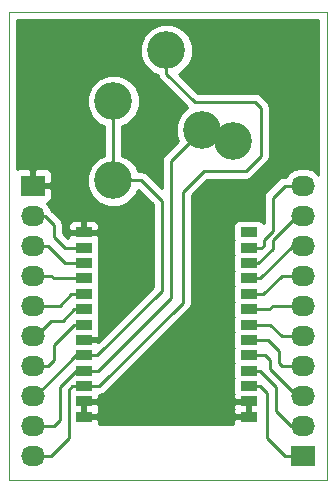
<source format=gbr>
%FSLAX46Y46*%
G04 Gerber Fmt 4.6, Leading zero omitted, Abs format (unit mm)*
G04 Created by KiCad (PCBNEW (2014-jul-16 BZR unknown)-product) date Thu 25 Sep 2014 17:48:40 CEST*
%MOMM*%
G01*
G04 APERTURE LIST*
%ADD10C,0.150000*%
%ADD11C,0.100000*%
%ADD12C,3.200400*%
%ADD13R,2.032000X1.727200*%
%ADD14O,2.032000X1.727200*%
%ADD15R,1.400000X0.900000*%
%ADD16C,0.254000*%
G04 APERTURE END LIST*
D10*
D11*
X234696000Y-129032000D02*
X234188000Y-129032000D01*
X234696000Y-168656000D02*
X234696000Y-129032000D01*
X234188000Y-168656000D02*
X234696000Y-168656000D01*
X207772000Y-129032000D02*
X207772000Y-129794000D01*
X234188000Y-129032000D02*
X207772000Y-129032000D01*
X207772000Y-168656000D02*
X207772000Y-131318000D01*
X208026000Y-168656000D02*
X207772000Y-168656000D01*
X207772000Y-129794000D02*
X207772000Y-131572000D01*
X208026000Y-168656000D02*
X234188000Y-168656000D01*
D12*
X221142560Y-132313680D03*
X216641680Y-136613900D03*
X216641680Y-143314420D03*
X224142300Y-139014200D03*
X226743260Y-140014960D03*
D13*
X232664000Y-166624000D03*
D14*
X232664000Y-164084000D03*
X232664000Y-161544000D03*
X232664000Y-159004000D03*
X232664000Y-156464000D03*
X232664000Y-153924000D03*
X232664000Y-151384000D03*
X232664000Y-148844000D03*
X232664000Y-146304000D03*
X232664000Y-143764000D03*
D13*
X209804000Y-143764000D03*
D14*
X209804000Y-146304000D03*
X209804000Y-148844000D03*
X209804000Y-151384000D03*
X209804000Y-153924000D03*
X209804000Y-156464000D03*
X209804000Y-159004000D03*
X209804000Y-161544000D03*
X209804000Y-164084000D03*
X209804000Y-166624000D03*
D15*
X214122000Y-163322000D03*
X214122000Y-162022000D03*
X214122000Y-160722000D03*
X214122000Y-159422000D03*
X214122000Y-158122000D03*
X214122000Y-156822000D03*
X214122000Y-155522000D03*
X214122000Y-154222000D03*
X214122000Y-152922000D03*
X214122000Y-151622000D03*
X214122000Y-150322000D03*
X214122000Y-149022000D03*
X214122000Y-147722000D03*
X228122000Y-147722000D03*
X228122000Y-149022000D03*
X228122000Y-150322000D03*
X228122000Y-151622000D03*
X228122000Y-152922000D03*
X228122000Y-154222000D03*
X228122000Y-155522000D03*
X228122000Y-156822000D03*
X228122000Y-158122000D03*
X228122000Y-159422000D03*
X228122000Y-160722000D03*
X228122000Y-162022000D03*
X228122000Y-163322000D03*
D16*
X211328000Y-166624000D02*
X209804000Y-166624000D01*
X212852000Y-165100000D02*
X211328000Y-166624000D01*
X212852000Y-161036000D02*
X212852000Y-165100000D01*
X221142560Y-132313680D02*
X221142560Y-134274560D01*
X223520000Y-136652000D02*
X228600000Y-136652000D01*
X221142560Y-134274560D02*
X223520000Y-136652000D01*
X228600000Y-136652000D02*
X229108000Y-137160000D01*
X229108000Y-137160000D02*
X229108000Y-141224000D01*
X214122000Y-160722000D02*
X213166000Y-160722000D01*
X213166000Y-160722000D02*
X212852000Y-161036000D01*
X215392000Y-160722000D02*
X215452000Y-160722000D01*
X215452000Y-160722000D02*
X222504000Y-153670000D01*
X222504000Y-153670000D02*
X222504000Y-144272000D01*
X222504000Y-144272000D02*
X223012000Y-143764000D01*
X224282000Y-142494000D02*
X227838000Y-142494000D01*
X223012000Y-143764000D02*
X224282000Y-142494000D01*
X229108000Y-141224000D02*
X227838000Y-142494000D01*
X215392000Y-160722000D02*
X214122000Y-160722000D01*
X214062000Y-160782000D02*
X214122000Y-160722000D01*
X209804000Y-161544000D02*
X210058000Y-161544000D01*
X210058000Y-161544000D02*
X213480000Y-158122000D01*
X213480000Y-158122000D02*
X214122000Y-158122000D01*
X219006420Y-143314420D02*
X216641680Y-143314420D01*
X220726000Y-145034000D02*
X219006420Y-143314420D01*
X216641680Y-136613900D02*
X216641680Y-143314420D01*
X216408000Y-143548100D02*
X216641680Y-143314420D01*
X214002000Y-158242000D02*
X214122000Y-158122000D01*
X214122000Y-158122000D02*
X215258000Y-158122000D01*
X215258000Y-158122000D02*
X220726000Y-152654000D01*
X220726000Y-152654000D02*
X220726000Y-145034000D01*
X209804000Y-164084000D02*
X211582000Y-164084000D01*
X211582000Y-164084000D02*
X212090000Y-163576000D01*
X212090000Y-163576000D02*
X212090000Y-160782000D01*
X212090000Y-160782000D02*
X213450000Y-159422000D01*
X213450000Y-159422000D02*
X214122000Y-159422000D01*
X224142300Y-139014200D02*
X225742500Y-139014200D01*
X225742500Y-139014200D02*
X226743260Y-140014960D01*
X221488000Y-141668500D02*
X224142300Y-139014200D01*
X221488000Y-153236000D02*
X221488000Y-141668500D01*
X224142300Y-139014200D02*
X223088200Y-139014200D01*
X214122000Y-159422000D02*
X215302000Y-159422000D01*
X215302000Y-159422000D02*
X221488000Y-153236000D01*
X231140000Y-166624000D02*
X232156000Y-166624000D01*
X229616000Y-165100000D02*
X231140000Y-166624000D01*
X229616000Y-161290000D02*
X229616000Y-165100000D01*
X228122000Y-160722000D02*
X229048000Y-160722000D01*
X229048000Y-160722000D02*
X229616000Y-161290000D01*
X231648000Y-164084000D02*
X232156000Y-164084000D01*
X230378000Y-162814000D02*
X231648000Y-164084000D01*
X230378000Y-160782000D02*
X230378000Y-162814000D01*
X228122000Y-159422000D02*
X229018000Y-159422000D01*
X229018000Y-159422000D02*
X230378000Y-160782000D01*
X229870000Y-159258000D02*
X232156000Y-161544000D01*
X229870000Y-158496000D02*
X229870000Y-159258000D01*
X228122000Y-158122000D02*
X229496000Y-158122000D01*
X229496000Y-158122000D02*
X229870000Y-158496000D01*
X230886000Y-159004000D02*
X232156000Y-159004000D01*
X228122000Y-156822000D02*
X229720000Y-156822000D01*
X230632000Y-158750000D02*
X230886000Y-159004000D01*
X230632000Y-157734000D02*
X230632000Y-158750000D01*
X229720000Y-156822000D02*
X230632000Y-157734000D01*
X230886000Y-156464000D02*
X232156000Y-156464000D01*
X228122000Y-155522000D02*
X229944000Y-155522000D01*
X229944000Y-155522000D02*
X230886000Y-156464000D01*
X228122000Y-154222000D02*
X229826000Y-154222000D01*
X229826000Y-154222000D02*
X230124000Y-153924000D01*
X230124000Y-153924000D02*
X232156000Y-153924000D01*
X228122000Y-152922000D02*
X229348000Y-152922000D01*
X229348000Y-152922000D02*
X230886000Y-151384000D01*
X230886000Y-151384000D02*
X232156000Y-151384000D01*
X228122000Y-151622000D02*
X229092000Y-151622000D01*
X229092000Y-151622000D02*
X231870000Y-148844000D01*
X231870000Y-148844000D02*
X232156000Y-148844000D01*
X228122000Y-150322000D02*
X228900000Y-150322000D01*
X228900000Y-150322000D02*
X230124000Y-149098000D01*
X230124000Y-149098000D02*
X230124000Y-148336000D01*
X230124000Y-148336000D02*
X232156000Y-146304000D01*
X228122000Y-149022000D02*
X229184000Y-149022000D01*
X229362000Y-148844000D02*
X229362000Y-148336000D01*
X229184000Y-149022000D02*
X229362000Y-148844000D01*
X230124000Y-146050000D02*
X230124000Y-147574000D01*
X230124000Y-147574000D02*
X229362000Y-148336000D01*
X232156000Y-143764000D02*
X232156000Y-144018000D01*
X230124000Y-144780000D02*
X231140000Y-143764000D01*
X231140000Y-143764000D02*
X232156000Y-143764000D01*
X230124000Y-146050000D02*
X230124000Y-144780000D01*
X214122000Y-149022000D02*
X212522000Y-149022000D01*
X211582000Y-148082000D02*
X211582000Y-147066000D01*
X212522000Y-149022000D02*
X211582000Y-148082000D01*
X214122000Y-149022000D02*
X213538000Y-149022000D01*
X211582000Y-147066000D02*
X210820000Y-146304000D01*
X210820000Y-146304000D02*
X209804000Y-146304000D01*
X212552000Y-150322000D02*
X214122000Y-150322000D01*
X209804000Y-148844000D02*
X211074000Y-148844000D01*
X211074000Y-148844000D02*
X212552000Y-150322000D01*
X211360000Y-151384000D02*
X209804000Y-151384000D01*
X214122000Y-151622000D02*
X211598000Y-151622000D01*
X211598000Y-151622000D02*
X211360000Y-151384000D01*
X214106000Y-151638000D02*
X214122000Y-151622000D01*
X212090000Y-153924000D02*
X209804000Y-153924000D01*
X214122000Y-152922000D02*
X213092000Y-152922000D01*
X213092000Y-152922000D02*
X212090000Y-153924000D01*
X214108000Y-152908000D02*
X214122000Y-152922000D01*
X213316000Y-154222000D02*
X214122000Y-154222000D01*
X212344000Y-155194000D02*
X213316000Y-154222000D01*
X211328000Y-155194000D02*
X212344000Y-155194000D01*
X209804000Y-156464000D02*
X210058000Y-156464000D01*
X210058000Y-156464000D02*
X211328000Y-155194000D01*
X214122000Y-155522000D02*
X213286000Y-155522000D01*
X211582000Y-157226000D02*
X211582000Y-158496000D01*
X213286000Y-155522000D02*
X211582000Y-157226000D01*
X211582000Y-158496000D02*
X211074000Y-159004000D01*
X211074000Y-159004000D02*
X209804000Y-159004000D01*
G36*
X234011000Y-142857859D02*
X233908415Y-142704330D01*
X233422234Y-142379474D01*
X232848745Y-142265400D01*
X232479255Y-142265400D01*
X231905766Y-142379474D01*
X231419585Y-142704330D01*
X231220688Y-143002000D01*
X231140000Y-143002000D01*
X230848395Y-143060004D01*
X230601185Y-143225185D01*
X229585185Y-144241185D01*
X229420004Y-144488395D01*
X229362000Y-144780000D01*
X229362000Y-146050000D01*
X229362000Y-146916340D01*
X229360327Y-146912302D01*
X229181699Y-146733673D01*
X228948310Y-146637000D01*
X228695691Y-146637000D01*
X227295691Y-146637000D01*
X227062302Y-146733673D01*
X226883673Y-146912301D01*
X226787000Y-147145690D01*
X226787000Y-147398309D01*
X226787000Y-148298309D01*
X226817523Y-148371999D01*
X226787000Y-148445690D01*
X226787000Y-148698309D01*
X226787000Y-149598309D01*
X226817523Y-149671999D01*
X226787000Y-149745690D01*
X226787000Y-149998309D01*
X226787000Y-150898309D01*
X226817523Y-150971999D01*
X226787000Y-151045690D01*
X226787000Y-151298309D01*
X226787000Y-152198309D01*
X226817523Y-152271999D01*
X226787000Y-152345690D01*
X226787000Y-152598309D01*
X226787000Y-153498309D01*
X226817523Y-153571999D01*
X226787000Y-153645690D01*
X226787000Y-153898309D01*
X226787000Y-154798309D01*
X226817523Y-154871999D01*
X226787000Y-154945690D01*
X226787000Y-155198309D01*
X226787000Y-156098309D01*
X226817523Y-156171999D01*
X226787000Y-156245690D01*
X226787000Y-156498309D01*
X226787000Y-157398309D01*
X226817523Y-157471999D01*
X226787000Y-157545690D01*
X226787000Y-157798309D01*
X226787000Y-158698309D01*
X226817523Y-158771999D01*
X226787000Y-158845690D01*
X226787000Y-159098309D01*
X226787000Y-159998309D01*
X226817523Y-160071999D01*
X226787000Y-160145690D01*
X226787000Y-160398309D01*
X226787000Y-161298309D01*
X226817523Y-161371999D01*
X226787000Y-161445690D01*
X226787000Y-161698309D01*
X226787000Y-161736250D01*
X226945750Y-161895000D01*
X227995000Y-161895000D01*
X227995000Y-161875000D01*
X228249000Y-161875000D01*
X228249000Y-161895000D01*
X228269000Y-161895000D01*
X228269000Y-162149000D01*
X228249000Y-162149000D01*
X228249000Y-162395750D01*
X228249000Y-162948250D01*
X228249000Y-163195000D01*
X228269000Y-163195000D01*
X228269000Y-163449000D01*
X228249000Y-163449000D01*
X228249000Y-163469000D01*
X227995000Y-163469000D01*
X227995000Y-163449000D01*
X227995000Y-163195000D01*
X227995000Y-162948250D01*
X227995000Y-162395750D01*
X227995000Y-162149000D01*
X226945750Y-162149000D01*
X226787000Y-162307750D01*
X226787000Y-162345691D01*
X226787000Y-162598310D01*
X226817523Y-162672000D01*
X226787000Y-162745690D01*
X226787000Y-162998309D01*
X226787000Y-163036250D01*
X226945750Y-163195000D01*
X227995000Y-163195000D01*
X227995000Y-163449000D01*
X226945750Y-163449000D01*
X226787000Y-163607750D01*
X226787000Y-163645691D01*
X226787000Y-163898310D01*
X226811310Y-163957000D01*
X215432689Y-163957000D01*
X215457000Y-163898310D01*
X215457000Y-163645691D01*
X215457000Y-163607750D01*
X215457000Y-163036250D01*
X215457000Y-162998309D01*
X215457000Y-162745690D01*
X215426476Y-162672000D01*
X215457000Y-162598310D01*
X215457000Y-162345691D01*
X215457000Y-162307750D01*
X215298250Y-162149000D01*
X214249000Y-162149000D01*
X214249000Y-162395750D01*
X214249000Y-162948250D01*
X214249000Y-163195000D01*
X215298250Y-163195000D01*
X215457000Y-163036250D01*
X215457000Y-163607750D01*
X215298250Y-163449000D01*
X214249000Y-163449000D01*
X214249000Y-163469000D01*
X213995000Y-163469000D01*
X213995000Y-163449000D01*
X213975000Y-163449000D01*
X213975000Y-163195000D01*
X213995000Y-163195000D01*
X213995000Y-162948250D01*
X213995000Y-162395750D01*
X213995000Y-162149000D01*
X213975000Y-162149000D01*
X213975000Y-161895000D01*
X213995000Y-161895000D01*
X213995000Y-161875000D01*
X214249000Y-161875000D01*
X214249000Y-161895000D01*
X215298250Y-161895000D01*
X215457000Y-161736250D01*
X215457000Y-161698309D01*
X215457000Y-161483005D01*
X215743604Y-161425996D01*
X215743605Y-161425996D01*
X215990815Y-161260815D01*
X223042815Y-154208815D01*
X223207996Y-153961605D01*
X223265999Y-153670000D01*
X223266000Y-153670000D01*
X223266000Y-144587630D01*
X223550815Y-144302816D01*
X223550815Y-144302815D01*
X223550817Y-144302812D01*
X224597630Y-143256000D01*
X227838000Y-143256000D01*
X227838000Y-143255999D01*
X228129604Y-143197996D01*
X228129605Y-143197996D01*
X228376815Y-143032815D01*
X229646815Y-141762816D01*
X229646815Y-141762815D01*
X229811996Y-141515605D01*
X229869999Y-141224000D01*
X229870000Y-141224000D01*
X229870000Y-137160000D01*
X229811996Y-136868395D01*
X229646815Y-136621185D01*
X229646815Y-136621184D01*
X229138815Y-136113185D01*
X228891605Y-135948004D01*
X228600000Y-135890000D01*
X223835630Y-135890000D01*
X222228923Y-134283293D01*
X222407045Y-134209695D01*
X223036365Y-133581472D01*
X223377371Y-132760239D01*
X223378147Y-131871022D01*
X223038575Y-131049195D01*
X222410352Y-130419875D01*
X221589119Y-130078869D01*
X220699902Y-130078093D01*
X219878075Y-130417665D01*
X219248755Y-131045888D01*
X218907749Y-131867121D01*
X218906973Y-132756338D01*
X219246545Y-133578165D01*
X219874768Y-134207485D01*
X220411554Y-134430378D01*
X220438564Y-134566165D01*
X220603745Y-134813375D01*
X222899567Y-137109197D01*
X222877815Y-137118185D01*
X222248495Y-137746408D01*
X221907489Y-138567641D01*
X221906713Y-139456858D01*
X222115853Y-139963016D01*
X220949185Y-141129685D01*
X220784004Y-141376895D01*
X220726000Y-141668500D01*
X220726000Y-143956369D01*
X219545235Y-142775605D01*
X219298025Y-142610424D01*
X219006420Y-142552420D01*
X218745317Y-142552420D01*
X218537695Y-142049935D01*
X217909472Y-141420615D01*
X217403680Y-141210591D01*
X217403680Y-138717537D01*
X217906165Y-138509915D01*
X218535485Y-137881692D01*
X218876491Y-137060459D01*
X218877267Y-136171242D01*
X218537695Y-135349415D01*
X217909472Y-134720095D01*
X217088239Y-134379089D01*
X216199022Y-134378313D01*
X215377195Y-134717885D01*
X214747875Y-135346108D01*
X214406869Y-136167341D01*
X214406093Y-137056558D01*
X214745665Y-137878385D01*
X215373888Y-138507705D01*
X215879680Y-138717728D01*
X215879680Y-141210782D01*
X215377195Y-141418405D01*
X214747875Y-142046628D01*
X214406869Y-142867861D01*
X214406093Y-143757078D01*
X214745665Y-144578905D01*
X215373888Y-145208225D01*
X216195121Y-145549231D01*
X217084338Y-145550007D01*
X217906165Y-145210435D01*
X218535485Y-144582212D01*
X218729453Y-144115083D01*
X219964000Y-145349630D01*
X219964000Y-152338369D01*
X215325809Y-156976559D01*
X215298250Y-156949000D01*
X214249000Y-156949000D01*
X214249000Y-156969000D01*
X213995000Y-156969000D01*
X213995000Y-156949000D01*
X213975000Y-156949000D01*
X213975000Y-156695000D01*
X213995000Y-156695000D01*
X213995000Y-156675000D01*
X214249000Y-156675000D01*
X214249000Y-156695000D01*
X215298250Y-156695000D01*
X215457000Y-156536250D01*
X215457000Y-156498309D01*
X215457000Y-156245690D01*
X215426476Y-156172000D01*
X215457000Y-156098310D01*
X215457000Y-155845691D01*
X215457000Y-154945691D01*
X215426476Y-154872000D01*
X215457000Y-154798310D01*
X215457000Y-154545691D01*
X215457000Y-153645691D01*
X215426476Y-153572000D01*
X215457000Y-153498310D01*
X215457000Y-153245691D01*
X215457000Y-152345691D01*
X215426476Y-152272000D01*
X215457000Y-152198310D01*
X215457000Y-151945691D01*
X215457000Y-151045691D01*
X215426476Y-150972000D01*
X215457000Y-150898310D01*
X215457000Y-150645691D01*
X215457000Y-149745691D01*
X215426476Y-149672000D01*
X215457000Y-149598310D01*
X215457000Y-149345691D01*
X215457000Y-148445691D01*
X215426476Y-148372000D01*
X215457000Y-148298310D01*
X215457000Y-148045691D01*
X215457000Y-148007750D01*
X215457000Y-147436250D01*
X215457000Y-147398309D01*
X215457000Y-147145690D01*
X215360327Y-146912301D01*
X215181698Y-146733673D01*
X214948309Y-146637000D01*
X214407750Y-146637000D01*
X214249000Y-146795750D01*
X214249000Y-147595000D01*
X215298250Y-147595000D01*
X215457000Y-147436250D01*
X215457000Y-148007750D01*
X215298250Y-147849000D01*
X214249000Y-147849000D01*
X214249000Y-147869000D01*
X213995000Y-147869000D01*
X213995000Y-147849000D01*
X213995000Y-147595000D01*
X213995000Y-146795750D01*
X213836250Y-146637000D01*
X213295691Y-146637000D01*
X213062302Y-146733673D01*
X212883673Y-146912301D01*
X212787000Y-147145690D01*
X212787000Y-147398309D01*
X212787000Y-147436250D01*
X212945750Y-147595000D01*
X213995000Y-147595000D01*
X213995000Y-147849000D01*
X212945750Y-147849000D01*
X212787000Y-148007750D01*
X212787000Y-148045691D01*
X212787000Y-148209369D01*
X212344000Y-147766369D01*
X212344000Y-147066000D01*
X212285996Y-146774396D01*
X212285996Y-146774395D01*
X212219834Y-146675376D01*
X212120816Y-146527185D01*
X211385470Y-145791840D01*
X211373271Y-145730511D01*
X211048415Y-145244330D01*
X211026220Y-145229500D01*
X211179699Y-145165927D01*
X211358327Y-144987298D01*
X211455000Y-144753909D01*
X211455000Y-144049750D01*
X211455000Y-143478250D01*
X211455000Y-142774091D01*
X211358327Y-142540702D01*
X211179699Y-142362073D01*
X210946310Y-142265400D01*
X210693691Y-142265400D01*
X210089750Y-142265400D01*
X209931000Y-142424150D01*
X209931000Y-143637000D01*
X211296250Y-143637000D01*
X211455000Y-143478250D01*
X211455000Y-144049750D01*
X211296250Y-143891000D01*
X209931000Y-143891000D01*
X209931000Y-143911000D01*
X209677000Y-143911000D01*
X209677000Y-143891000D01*
X209657000Y-143891000D01*
X209657000Y-143637000D01*
X209677000Y-143637000D01*
X209677000Y-142424150D01*
X209518250Y-142265400D01*
X208914309Y-142265400D01*
X208661690Y-142265400D01*
X208457000Y-142350185D01*
X208457000Y-131572000D01*
X208457000Y-131318000D01*
X208457000Y-129794000D01*
X208457000Y-129717000D01*
X234011000Y-129717000D01*
X234011000Y-142857859D01*
X234011000Y-142857859D01*
G37*
X234011000Y-142857859D02*
X233908415Y-142704330D01*
X233422234Y-142379474D01*
X232848745Y-142265400D01*
X232479255Y-142265400D01*
X231905766Y-142379474D01*
X231419585Y-142704330D01*
X231220688Y-143002000D01*
X231140000Y-143002000D01*
X230848395Y-143060004D01*
X230601185Y-143225185D01*
X229585185Y-144241185D01*
X229420004Y-144488395D01*
X229362000Y-144780000D01*
X229362000Y-146050000D01*
X229362000Y-146916340D01*
X229360327Y-146912302D01*
X229181699Y-146733673D01*
X228948310Y-146637000D01*
X228695691Y-146637000D01*
X227295691Y-146637000D01*
X227062302Y-146733673D01*
X226883673Y-146912301D01*
X226787000Y-147145690D01*
X226787000Y-147398309D01*
X226787000Y-148298309D01*
X226817523Y-148371999D01*
X226787000Y-148445690D01*
X226787000Y-148698309D01*
X226787000Y-149598309D01*
X226817523Y-149671999D01*
X226787000Y-149745690D01*
X226787000Y-149998309D01*
X226787000Y-150898309D01*
X226817523Y-150971999D01*
X226787000Y-151045690D01*
X226787000Y-151298309D01*
X226787000Y-152198309D01*
X226817523Y-152271999D01*
X226787000Y-152345690D01*
X226787000Y-152598309D01*
X226787000Y-153498309D01*
X226817523Y-153571999D01*
X226787000Y-153645690D01*
X226787000Y-153898309D01*
X226787000Y-154798309D01*
X226817523Y-154871999D01*
X226787000Y-154945690D01*
X226787000Y-155198309D01*
X226787000Y-156098309D01*
X226817523Y-156171999D01*
X226787000Y-156245690D01*
X226787000Y-156498309D01*
X226787000Y-157398309D01*
X226817523Y-157471999D01*
X226787000Y-157545690D01*
X226787000Y-157798309D01*
X226787000Y-158698309D01*
X226817523Y-158771999D01*
X226787000Y-158845690D01*
X226787000Y-159098309D01*
X226787000Y-159998309D01*
X226817523Y-160071999D01*
X226787000Y-160145690D01*
X226787000Y-160398309D01*
X226787000Y-161298309D01*
X226817523Y-161371999D01*
X226787000Y-161445690D01*
X226787000Y-161698309D01*
X226787000Y-161736250D01*
X226945750Y-161895000D01*
X227995000Y-161895000D01*
X227995000Y-161875000D01*
X228249000Y-161875000D01*
X228249000Y-161895000D01*
X228269000Y-161895000D01*
X228269000Y-162149000D01*
X228249000Y-162149000D01*
X228249000Y-162395750D01*
X228249000Y-162948250D01*
X228249000Y-163195000D01*
X228269000Y-163195000D01*
X228269000Y-163449000D01*
X228249000Y-163449000D01*
X228249000Y-163469000D01*
X227995000Y-163469000D01*
X227995000Y-163449000D01*
X227995000Y-163195000D01*
X227995000Y-162948250D01*
X227995000Y-162395750D01*
X227995000Y-162149000D01*
X226945750Y-162149000D01*
X226787000Y-162307750D01*
X226787000Y-162345691D01*
X226787000Y-162598310D01*
X226817523Y-162672000D01*
X226787000Y-162745690D01*
X226787000Y-162998309D01*
X226787000Y-163036250D01*
X226945750Y-163195000D01*
X227995000Y-163195000D01*
X227995000Y-163449000D01*
X226945750Y-163449000D01*
X226787000Y-163607750D01*
X226787000Y-163645691D01*
X226787000Y-163898310D01*
X226811310Y-163957000D01*
X215432689Y-163957000D01*
X215457000Y-163898310D01*
X215457000Y-163645691D01*
X215457000Y-163607750D01*
X215457000Y-163036250D01*
X215457000Y-162998309D01*
X215457000Y-162745690D01*
X215426476Y-162672000D01*
X215457000Y-162598310D01*
X215457000Y-162345691D01*
X215457000Y-162307750D01*
X215298250Y-162149000D01*
X214249000Y-162149000D01*
X214249000Y-162395750D01*
X214249000Y-162948250D01*
X214249000Y-163195000D01*
X215298250Y-163195000D01*
X215457000Y-163036250D01*
X215457000Y-163607750D01*
X215298250Y-163449000D01*
X214249000Y-163449000D01*
X214249000Y-163469000D01*
X213995000Y-163469000D01*
X213995000Y-163449000D01*
X213975000Y-163449000D01*
X213975000Y-163195000D01*
X213995000Y-163195000D01*
X213995000Y-162948250D01*
X213995000Y-162395750D01*
X213995000Y-162149000D01*
X213975000Y-162149000D01*
X213975000Y-161895000D01*
X213995000Y-161895000D01*
X213995000Y-161875000D01*
X214249000Y-161875000D01*
X214249000Y-161895000D01*
X215298250Y-161895000D01*
X215457000Y-161736250D01*
X215457000Y-161698309D01*
X215457000Y-161483005D01*
X215743604Y-161425996D01*
X215743605Y-161425996D01*
X215990815Y-161260815D01*
X223042815Y-154208815D01*
X223207996Y-153961605D01*
X223265999Y-153670000D01*
X223266000Y-153670000D01*
X223266000Y-144587630D01*
X223550815Y-144302816D01*
X223550815Y-144302815D01*
X223550817Y-144302812D01*
X224597630Y-143256000D01*
X227838000Y-143256000D01*
X227838000Y-143255999D01*
X228129604Y-143197996D01*
X228129605Y-143197996D01*
X228376815Y-143032815D01*
X229646815Y-141762816D01*
X229646815Y-141762815D01*
X229811996Y-141515605D01*
X229869999Y-141224000D01*
X229870000Y-141224000D01*
X229870000Y-137160000D01*
X229811996Y-136868395D01*
X229646815Y-136621185D01*
X229646815Y-136621184D01*
X229138815Y-136113185D01*
X228891605Y-135948004D01*
X228600000Y-135890000D01*
X223835630Y-135890000D01*
X222228923Y-134283293D01*
X222407045Y-134209695D01*
X223036365Y-133581472D01*
X223377371Y-132760239D01*
X223378147Y-131871022D01*
X223038575Y-131049195D01*
X222410352Y-130419875D01*
X221589119Y-130078869D01*
X220699902Y-130078093D01*
X219878075Y-130417665D01*
X219248755Y-131045888D01*
X218907749Y-131867121D01*
X218906973Y-132756338D01*
X219246545Y-133578165D01*
X219874768Y-134207485D01*
X220411554Y-134430378D01*
X220438564Y-134566165D01*
X220603745Y-134813375D01*
X222899567Y-137109197D01*
X222877815Y-137118185D01*
X222248495Y-137746408D01*
X221907489Y-138567641D01*
X221906713Y-139456858D01*
X222115853Y-139963016D01*
X220949185Y-141129685D01*
X220784004Y-141376895D01*
X220726000Y-141668500D01*
X220726000Y-143956369D01*
X219545235Y-142775605D01*
X219298025Y-142610424D01*
X219006420Y-142552420D01*
X218745317Y-142552420D01*
X218537695Y-142049935D01*
X217909472Y-141420615D01*
X217403680Y-141210591D01*
X217403680Y-138717537D01*
X217906165Y-138509915D01*
X218535485Y-137881692D01*
X218876491Y-137060459D01*
X218877267Y-136171242D01*
X218537695Y-135349415D01*
X217909472Y-134720095D01*
X217088239Y-134379089D01*
X216199022Y-134378313D01*
X215377195Y-134717885D01*
X214747875Y-135346108D01*
X214406869Y-136167341D01*
X214406093Y-137056558D01*
X214745665Y-137878385D01*
X215373888Y-138507705D01*
X215879680Y-138717728D01*
X215879680Y-141210782D01*
X215377195Y-141418405D01*
X214747875Y-142046628D01*
X214406869Y-142867861D01*
X214406093Y-143757078D01*
X214745665Y-144578905D01*
X215373888Y-145208225D01*
X216195121Y-145549231D01*
X217084338Y-145550007D01*
X217906165Y-145210435D01*
X218535485Y-144582212D01*
X218729453Y-144115083D01*
X219964000Y-145349630D01*
X219964000Y-152338369D01*
X215325809Y-156976559D01*
X215298250Y-156949000D01*
X214249000Y-156949000D01*
X214249000Y-156969000D01*
X213995000Y-156969000D01*
X213995000Y-156949000D01*
X213975000Y-156949000D01*
X213975000Y-156695000D01*
X213995000Y-156695000D01*
X213995000Y-156675000D01*
X214249000Y-156675000D01*
X214249000Y-156695000D01*
X215298250Y-156695000D01*
X215457000Y-156536250D01*
X215457000Y-156498309D01*
X215457000Y-156245690D01*
X215426476Y-156172000D01*
X215457000Y-156098310D01*
X215457000Y-155845691D01*
X215457000Y-154945691D01*
X215426476Y-154872000D01*
X215457000Y-154798310D01*
X215457000Y-154545691D01*
X215457000Y-153645691D01*
X215426476Y-153572000D01*
X215457000Y-153498310D01*
X215457000Y-153245691D01*
X215457000Y-152345691D01*
X215426476Y-152272000D01*
X215457000Y-152198310D01*
X215457000Y-151945691D01*
X215457000Y-151045691D01*
X215426476Y-150972000D01*
X215457000Y-150898310D01*
X215457000Y-150645691D01*
X215457000Y-149745691D01*
X215426476Y-149672000D01*
X215457000Y-149598310D01*
X215457000Y-149345691D01*
X215457000Y-148445691D01*
X215426476Y-148372000D01*
X215457000Y-148298310D01*
X215457000Y-148045691D01*
X215457000Y-148007750D01*
X215457000Y-147436250D01*
X215457000Y-147398309D01*
X215457000Y-147145690D01*
X215360327Y-146912301D01*
X215181698Y-146733673D01*
X214948309Y-146637000D01*
X214407750Y-146637000D01*
X214249000Y-146795750D01*
X214249000Y-147595000D01*
X215298250Y-147595000D01*
X215457000Y-147436250D01*
X215457000Y-148007750D01*
X215298250Y-147849000D01*
X214249000Y-147849000D01*
X214249000Y-147869000D01*
X213995000Y-147869000D01*
X213995000Y-147849000D01*
X213995000Y-147595000D01*
X213995000Y-146795750D01*
X213836250Y-146637000D01*
X213295691Y-146637000D01*
X213062302Y-146733673D01*
X212883673Y-146912301D01*
X212787000Y-147145690D01*
X212787000Y-147398309D01*
X212787000Y-147436250D01*
X212945750Y-147595000D01*
X213995000Y-147595000D01*
X213995000Y-147849000D01*
X212945750Y-147849000D01*
X212787000Y-148007750D01*
X212787000Y-148045691D01*
X212787000Y-148209369D01*
X212344000Y-147766369D01*
X212344000Y-147066000D01*
X212285996Y-146774396D01*
X212285996Y-146774395D01*
X212219834Y-146675376D01*
X212120816Y-146527185D01*
X211385470Y-145791840D01*
X211373271Y-145730511D01*
X211048415Y-145244330D01*
X211026220Y-145229500D01*
X211179699Y-145165927D01*
X211358327Y-144987298D01*
X211455000Y-144753909D01*
X211455000Y-144049750D01*
X211455000Y-143478250D01*
X211455000Y-142774091D01*
X211358327Y-142540702D01*
X211179699Y-142362073D01*
X210946310Y-142265400D01*
X210693691Y-142265400D01*
X210089750Y-142265400D01*
X209931000Y-142424150D01*
X209931000Y-143637000D01*
X211296250Y-143637000D01*
X211455000Y-143478250D01*
X211455000Y-144049750D01*
X211296250Y-143891000D01*
X209931000Y-143891000D01*
X209931000Y-143911000D01*
X209677000Y-143911000D01*
X209677000Y-143891000D01*
X209657000Y-143891000D01*
X209657000Y-143637000D01*
X209677000Y-143637000D01*
X209677000Y-142424150D01*
X209518250Y-142265400D01*
X208914309Y-142265400D01*
X208661690Y-142265400D01*
X208457000Y-142350185D01*
X208457000Y-131572000D01*
X208457000Y-131318000D01*
X208457000Y-129794000D01*
X208457000Y-129717000D01*
X234011000Y-129717000D01*
X234011000Y-142857859D01*
M02*

</source>
